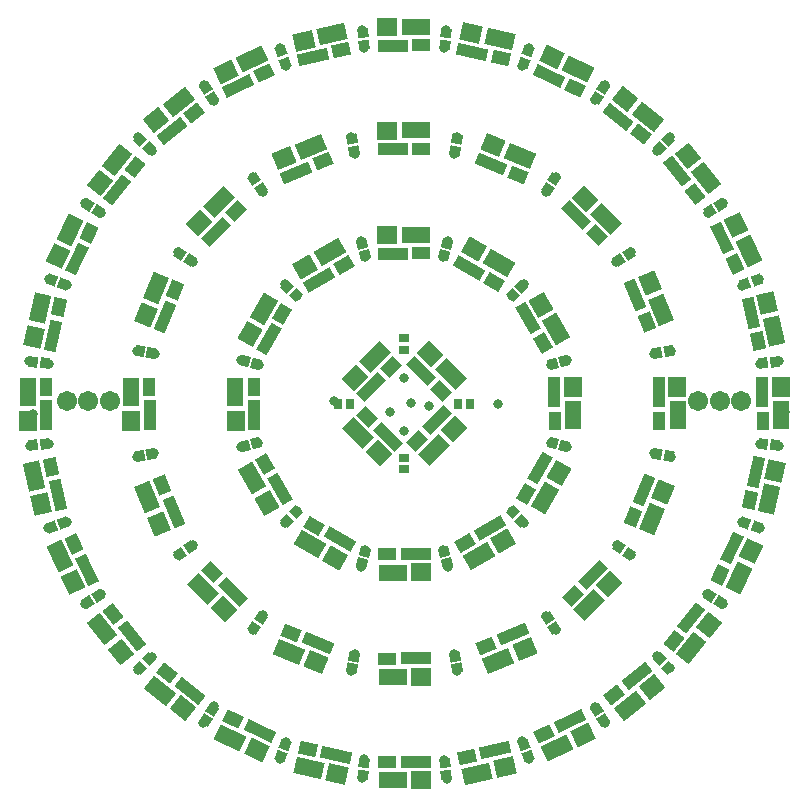
<source format=gts>
G04*
G04 #@! TF.GenerationSoftware,Altium Limited,Altium Designer,20.2.4 (192)*
G04*
G04 Layer_Color=8388736*
%FSLAX25Y25*%
%MOIN*%
G70*
G04*
G04 #@! TF.SameCoordinates,D12834CA-4DE5-443E-9A18-81BA23B25CB7*
G04*
G04*
G04 #@! TF.FilePolarity,Negative*
G04*
G01*
G75*
%ADD134R,0.05918X0.04343*%
%ADD135R,0.10249X0.03950*%
%ADD136R,0.09461X0.05524*%
%ADD137R,0.06706X0.05918*%
G04:AMPARAMS|DCode=138|XSize=31.62mil|YSize=35.56mil|CornerRadius=0mil|HoleSize=0mil|Usage=FLASHONLY|Rotation=173.571|XOffset=0mil|YOffset=0mil|HoleType=Round|Shape=Rectangle|*
%AMROTATEDRECTD138*
4,1,4,0.01770,0.01590,0.01372,-0.01944,-0.01770,-0.01590,-0.01372,0.01944,0.01770,0.01590,0.0*
%
%ADD138ROTATEDRECTD138*%

G04:AMPARAMS|DCode=139|XSize=31.62mil|YSize=35.56mil|CornerRadius=0mil|HoleSize=0mil|Usage=FLASHONLY|Rotation=160.714|XOffset=0mil|YOffset=0mil|HoleType=Round|Shape=Rectangle|*
%AMROTATEDRECTD139*
4,1,4,0.02080,0.01156,0.00905,-0.02200,-0.02080,-0.01156,-0.00905,0.02200,0.02080,0.01156,0.0*
%
%ADD139ROTATEDRECTD139*%

G04:AMPARAMS|DCode=140|XSize=31.62mil|YSize=35.56mil|CornerRadius=0mil|HoleSize=0mil|Usage=FLASHONLY|Rotation=147.857|XOffset=0mil|YOffset=0mil|HoleType=Round|Shape=Rectangle|*
%AMROTATEDRECTD140*
4,1,4,0.02285,0.00664,0.00393,-0.02347,-0.02285,-0.00664,-0.00393,0.02347,0.02285,0.00664,0.0*
%
%ADD140ROTATEDRECTD140*%

G04:AMPARAMS|DCode=141|XSize=31.62mil|YSize=35.56mil|CornerRadius=0mil|HoleSize=0mil|Usage=FLASHONLY|Rotation=135.000|XOffset=0mil|YOffset=0mil|HoleType=Round|Shape=Rectangle|*
%AMROTATEDRECTD141*
4,1,4,0.02375,0.00139,-0.00139,-0.02375,-0.02375,-0.00139,0.00139,0.02375,0.02375,0.00139,0.0*
%
%ADD141ROTATEDRECTD141*%

G04:AMPARAMS|DCode=142|XSize=31.62mil|YSize=35.56mil|CornerRadius=0mil|HoleSize=0mil|Usage=FLASHONLY|Rotation=122.143|XOffset=0mil|YOffset=0mil|HoleType=Round|Shape=Rectangle|*
%AMROTATEDRECTD142*
4,1,4,0.02347,-0.00393,-0.00664,-0.02285,-0.02347,0.00393,0.00664,0.02285,0.02347,-0.00393,0.0*
%
%ADD142ROTATEDRECTD142*%

G04:AMPARAMS|DCode=143|XSize=31.62mil|YSize=35.56mil|CornerRadius=0mil|HoleSize=0mil|Usage=FLASHONLY|Rotation=109.286|XOffset=0mil|YOffset=0mil|HoleType=Round|Shape=Rectangle|*
%AMROTATEDRECTD143*
4,1,4,0.02200,-0.00905,-0.01156,-0.02080,-0.02200,0.00905,0.01156,0.02080,0.02200,-0.00905,0.0*
%
%ADD143ROTATEDRECTD143*%

G04:AMPARAMS|DCode=144|XSize=31.62mil|YSize=35.56mil|CornerRadius=0mil|HoleSize=0mil|Usage=FLASHONLY|Rotation=57.857|XOffset=0mil|YOffset=0mil|HoleType=Round|Shape=Rectangle|*
%AMROTATEDRECTD144*
4,1,4,0.00664,-0.02285,-0.02347,-0.00393,-0.00664,0.02285,0.02347,0.00393,0.00664,-0.02285,0.0*
%
%ADD144ROTATEDRECTD144*%

G04:AMPARAMS|DCode=145|XSize=31.62mil|YSize=35.56mil|CornerRadius=0mil|HoleSize=0mil|Usage=FLASHONLY|Rotation=45.000|XOffset=0mil|YOffset=0mil|HoleType=Round|Shape=Rectangle|*
%AMROTATEDRECTD145*
4,1,4,0.00139,-0.02375,-0.02375,0.00139,-0.00139,0.02375,0.02375,-0.00139,0.00139,-0.02375,0.0*
%
%ADD145ROTATEDRECTD145*%

G04:AMPARAMS|DCode=146|XSize=31.62mil|YSize=35.56mil|CornerRadius=0mil|HoleSize=0mil|Usage=FLASHONLY|Rotation=32.143|XOffset=0mil|YOffset=0mil|HoleType=Round|Shape=Rectangle|*
%AMROTATEDRECTD146*
4,1,4,-0.00393,-0.02347,-0.02285,0.00664,0.00393,0.02347,0.02285,-0.00664,-0.00393,-0.02347,0.0*
%
%ADD146ROTATEDRECTD146*%

G04:AMPARAMS|DCode=147|XSize=31.62mil|YSize=35.56mil|CornerRadius=0mil|HoleSize=0mil|Usage=FLASHONLY|Rotation=19.286|XOffset=0mil|YOffset=0mil|HoleType=Round|Shape=Rectangle|*
%AMROTATEDRECTD147*
4,1,4,-0.00905,-0.02200,-0.02080,0.01156,0.00905,0.02200,0.02080,-0.01156,-0.00905,-0.02200,0.0*
%
%ADD147ROTATEDRECTD147*%

G04:AMPARAMS|DCode=148|XSize=59.18mil|YSize=43.43mil|CornerRadius=0mil|HoleSize=0mil|Usage=FLASHONLY|Rotation=321.429|XOffset=0mil|YOffset=0mil|HoleType=Round|Shape=Rectangle|*
%AMROTATEDRECTD148*
4,1,4,-0.03668,0.00147,-0.00960,0.03543,0.03668,-0.00147,0.00960,-0.03543,-0.03668,0.00147,0.0*
%
%ADD148ROTATEDRECTD148*%

G04:AMPARAMS|DCode=149|XSize=102.49mil|YSize=39.5mil|CornerRadius=0mil|HoleSize=0mil|Usage=FLASHONLY|Rotation=321.429|XOffset=0mil|YOffset=0mil|HoleType=Round|Shape=Rectangle|*
%AMROTATEDRECTD149*
4,1,4,-0.05238,0.01651,-0.02775,0.04739,0.05238,-0.01651,0.02775,-0.04739,-0.05238,0.01651,0.0*
%
%ADD149ROTATEDRECTD149*%

G04:AMPARAMS|DCode=150|XSize=94.61mil|YSize=55.24mil|CornerRadius=0mil|HoleSize=0mil|Usage=FLASHONLY|Rotation=321.429|XOffset=0mil|YOffset=0mil|HoleType=Round|Shape=Rectangle|*
%AMROTATEDRECTD150*
4,1,4,-0.05421,0.00790,-0.01977,0.05109,0.05421,-0.00790,0.01977,-0.05109,-0.05421,0.00790,0.0*
%
%ADD150ROTATEDRECTD150*%

G04:AMPARAMS|DCode=151|XSize=67.06mil|YSize=59.18mil|CornerRadius=0mil|HoleSize=0mil|Usage=FLASHONLY|Rotation=321.429|XOffset=0mil|YOffset=0mil|HoleType=Round|Shape=Rectangle|*
%AMROTATEDRECTD151*
4,1,4,-0.04466,-0.00223,-0.00776,0.04404,0.04466,0.00223,0.00776,-0.04404,-0.04466,-0.00223,0.0*
%
%ADD151ROTATEDRECTD151*%

G04:AMPARAMS|DCode=152|XSize=59.18mil|YSize=43.43mil|CornerRadius=0mil|HoleSize=0mil|Usage=FLASHONLY|Rotation=308.571|XOffset=0mil|YOffset=0mil|HoleType=Round|Shape=Rectangle|*
%AMROTATEDRECTD152*
4,1,4,-0.03543,0.00960,-0.00147,0.03668,0.03543,-0.00960,0.00147,-0.03668,-0.03543,0.00960,0.0*
%
%ADD152ROTATEDRECTD152*%

G04:AMPARAMS|DCode=153|XSize=102.49mil|YSize=39.5mil|CornerRadius=0mil|HoleSize=0mil|Usage=FLASHONLY|Rotation=308.571|XOffset=0mil|YOffset=0mil|HoleType=Round|Shape=Rectangle|*
%AMROTATEDRECTD153*
4,1,4,-0.04739,0.02775,-0.01651,0.05238,0.04739,-0.02775,0.01651,-0.05238,-0.04739,0.02775,0.0*
%
%ADD153ROTATEDRECTD153*%

G04:AMPARAMS|DCode=154|XSize=94.61mil|YSize=55.24mil|CornerRadius=0mil|HoleSize=0mil|Usage=FLASHONLY|Rotation=308.571|XOffset=0mil|YOffset=0mil|HoleType=Round|Shape=Rectangle|*
%AMROTATEDRECTD154*
4,1,4,-0.05109,0.01977,-0.00790,0.05421,0.05109,-0.01977,0.00790,-0.05421,-0.05109,0.01977,0.0*
%
%ADD154ROTATEDRECTD154*%

G04:AMPARAMS|DCode=155|XSize=67.06mil|YSize=59.18mil|CornerRadius=0mil|HoleSize=0mil|Usage=FLASHONLY|Rotation=308.571|XOffset=0mil|YOffset=0mil|HoleType=Round|Shape=Rectangle|*
%AMROTATEDRECTD155*
4,1,4,-0.04404,0.00776,0.00223,0.04466,0.04404,-0.00776,-0.00223,-0.04466,-0.04404,0.00776,0.0*
%
%ADD155ROTATEDRECTD155*%

G04:AMPARAMS|DCode=156|XSize=59.18mil|YSize=43.43mil|CornerRadius=0mil|HoleSize=0mil|Usage=FLASHONLY|Rotation=295.714|XOffset=0mil|YOffset=0mil|HoleType=Round|Shape=Rectangle|*
%AMROTATEDRECTD156*
4,1,4,-0.03241,0.01724,0.00673,0.03608,0.03241,-0.01724,-0.00673,-0.03608,-0.03241,0.01724,0.0*
%
%ADD156ROTATEDRECTD156*%

G04:AMPARAMS|DCode=157|XSize=102.49mil|YSize=39.5mil|CornerRadius=0mil|HoleSize=0mil|Usage=FLASHONLY|Rotation=295.714|XOffset=0mil|YOffset=0mil|HoleType=Round|Shape=Rectangle|*
%AMROTATEDRECTD157*
4,1,4,-0.04003,0.03760,-0.00444,0.05474,0.04003,-0.03760,0.00444,-0.05474,-0.04003,0.03760,0.0*
%
%ADD157ROTATEDRECTD157*%

G04:AMPARAMS|DCode=158|XSize=94.61mil|YSize=55.24mil|CornerRadius=0mil|HoleSize=0mil|Usage=FLASHONLY|Rotation=295.714|XOffset=0mil|YOffset=0mil|HoleType=Round|Shape=Rectangle|*
%AMROTATEDRECTD158*
4,1,4,-0.04541,0.03064,0.00436,0.05461,0.04541,-0.03064,-0.00436,-0.05461,-0.04541,0.03064,0.0*
%
%ADD158ROTATEDRECTD158*%

G04:AMPARAMS|DCode=159|XSize=67.06mil|YSize=59.18mil|CornerRadius=0mil|HoleSize=0mil|Usage=FLASHONLY|Rotation=295.714|XOffset=0mil|YOffset=0mil|HoleType=Round|Shape=Rectangle|*
%AMROTATEDRECTD159*
4,1,4,-0.04121,0.01737,0.01211,0.04305,0.04121,-0.01737,-0.01211,-0.04305,-0.04121,0.01737,0.0*
%
%ADD159ROTATEDRECTD159*%

G04:AMPARAMS|DCode=160|XSize=59.18mil|YSize=43.43mil|CornerRadius=0mil|HoleSize=0mil|Usage=FLASHONLY|Rotation=282.857|XOffset=0mil|YOffset=0mil|HoleType=Round|Shape=Rectangle|*
%AMROTATEDRECTD160*
4,1,4,-0.02776,0.02402,0.01459,0.03368,0.02776,-0.02402,-0.01459,-0.03368,-0.02776,0.02402,0.0*
%
%ADD160ROTATEDRECTD160*%

G04:AMPARAMS|DCode=161|XSize=102.49mil|YSize=39.5mil|CornerRadius=0mil|HoleSize=0mil|Usage=FLASHONLY|Rotation=282.857|XOffset=0mil|YOffset=0mil|HoleType=Round|Shape=Rectangle|*
%AMROTATEDRECTD161*
4,1,4,-0.03066,0.04557,0.00785,0.05435,0.03066,-0.04557,-0.00785,-0.05435,-0.03066,0.04557,0.0*
%
%ADD161ROTATEDRECTD161*%

G04:AMPARAMS|DCode=162|XSize=94.61mil|YSize=55.24mil|CornerRadius=0mil|HoleSize=0mil|Usage=FLASHONLY|Rotation=282.857|XOffset=0mil|YOffset=0mil|HoleType=Round|Shape=Rectangle|*
%AMROTATEDRECTD162*
4,1,4,-0.03746,0.03998,0.01640,0.05227,0.03746,-0.03998,-0.01640,-0.05227,-0.03746,0.03998,0.0*
%
%ADD162ROTATEDRECTD162*%

G04:AMPARAMS|DCode=163|XSize=67.06mil|YSize=59.18mil|CornerRadius=0mil|HoleSize=0mil|Usage=FLASHONLY|Rotation=282.857|XOffset=0mil|YOffset=0mil|HoleType=Round|Shape=Rectangle|*
%AMROTATEDRECTD163*
4,1,4,-0.03631,0.02610,0.02139,0.03927,0.03631,-0.02610,-0.02139,-0.03927,-0.03631,0.02610,0.0*
%
%ADD163ROTATEDRECTD163*%

%ADD164R,0.04343X0.05918*%
%ADD165R,0.03950X0.10249*%
%ADD166R,0.05524X0.09461*%
%ADD167R,0.05918X0.06706*%
G04:AMPARAMS|DCode=168|XSize=59.18mil|YSize=43.43mil|CornerRadius=0mil|HoleSize=0mil|Usage=FLASHONLY|Rotation=257.143|XOffset=0mil|YOffset=0mil|HoleType=Round|Shape=Rectangle|*
%AMROTATEDRECTD168*
4,1,4,-0.01459,0.03368,0.02776,0.02402,0.01459,-0.03368,-0.02776,-0.02402,-0.01459,0.03368,0.0*
%
%ADD168ROTATEDRECTD168*%

G04:AMPARAMS|DCode=169|XSize=102.49mil|YSize=39.5mil|CornerRadius=0mil|HoleSize=0mil|Usage=FLASHONLY|Rotation=257.143|XOffset=0mil|YOffset=0mil|HoleType=Round|Shape=Rectangle|*
%AMROTATEDRECTD169*
4,1,4,-0.00785,0.05435,0.03066,0.04557,0.00785,-0.05435,-0.03066,-0.04557,-0.00785,0.05435,0.0*
%
%ADD169ROTATEDRECTD169*%

G04:AMPARAMS|DCode=170|XSize=94.61mil|YSize=55.24mil|CornerRadius=0mil|HoleSize=0mil|Usage=FLASHONLY|Rotation=257.143|XOffset=0mil|YOffset=0mil|HoleType=Round|Shape=Rectangle|*
%AMROTATEDRECTD170*
4,1,4,-0.01640,0.05227,0.03746,0.03998,0.01640,-0.05227,-0.03746,-0.03998,-0.01640,0.05227,0.0*
%
%ADD170ROTATEDRECTD170*%

G04:AMPARAMS|DCode=171|XSize=67.06mil|YSize=59.18mil|CornerRadius=0mil|HoleSize=0mil|Usage=FLASHONLY|Rotation=257.143|XOffset=0mil|YOffset=0mil|HoleType=Round|Shape=Rectangle|*
%AMROTATEDRECTD171*
4,1,4,-0.02139,0.03927,0.03631,0.02610,0.02139,-0.03927,-0.03631,-0.02610,-0.02139,0.03927,0.0*
%
%ADD171ROTATEDRECTD171*%

G04:AMPARAMS|DCode=172|XSize=31.62mil|YSize=35.56mil|CornerRadius=0mil|HoleSize=0mil|Usage=FLASHONLY|Rotation=70.714|XOffset=0mil|YOffset=0mil|HoleType=Round|Shape=Rectangle|*
%AMROTATEDRECTD172*
4,1,4,0.01156,-0.02080,-0.02200,-0.00905,-0.01156,0.02080,0.02200,0.00905,0.01156,-0.02080,0.0*
%
%ADD172ROTATEDRECTD172*%

G04:AMPARAMS|DCode=173|XSize=59.18mil|YSize=43.43mil|CornerRadius=0mil|HoleSize=0mil|Usage=FLASHONLY|Rotation=192.857|XOffset=0mil|YOffset=0mil|HoleType=Round|Shape=Rectangle|*
%AMROTATEDRECTD173*
4,1,4,0.02402,0.02776,0.03368,-0.01459,-0.02402,-0.02776,-0.03368,0.01459,0.02402,0.02776,0.0*
%
%ADD173ROTATEDRECTD173*%

G04:AMPARAMS|DCode=174|XSize=102.49mil|YSize=39.5mil|CornerRadius=0mil|HoleSize=0mil|Usage=FLASHONLY|Rotation=192.857|XOffset=0mil|YOffset=0mil|HoleType=Round|Shape=Rectangle|*
%AMROTATEDRECTD174*
4,1,4,0.04557,0.03066,0.05435,-0.00785,-0.04557,-0.03066,-0.05435,0.00785,0.04557,0.03066,0.0*
%
%ADD174ROTATEDRECTD174*%

G04:AMPARAMS|DCode=175|XSize=94.61mil|YSize=55.24mil|CornerRadius=0mil|HoleSize=0mil|Usage=FLASHONLY|Rotation=192.857|XOffset=0mil|YOffset=0mil|HoleType=Round|Shape=Rectangle|*
%AMROTATEDRECTD175*
4,1,4,0.03998,0.03746,0.05227,-0.01640,-0.03998,-0.03746,-0.05227,0.01640,0.03998,0.03746,0.0*
%
%ADD175ROTATEDRECTD175*%

G04:AMPARAMS|DCode=176|XSize=67.06mil|YSize=59.18mil|CornerRadius=0mil|HoleSize=0mil|Usage=FLASHONLY|Rotation=192.857|XOffset=0mil|YOffset=0mil|HoleType=Round|Shape=Rectangle|*
%AMROTATEDRECTD176*
4,1,4,0.02610,0.03631,0.03927,-0.02139,-0.02610,-0.03631,-0.03927,0.02139,0.02610,0.03631,0.0*
%
%ADD176ROTATEDRECTD176*%

G04:AMPARAMS|DCode=177|XSize=59.18mil|YSize=43.43mil|CornerRadius=0mil|HoleSize=0mil|Usage=FLASHONLY|Rotation=167.143|XOffset=0mil|YOffset=0mil|HoleType=Round|Shape=Rectangle|*
%AMROTATEDRECTD177*
4,1,4,0.03368,0.01459,0.02402,-0.02776,-0.03368,-0.01459,-0.02402,0.02776,0.03368,0.01459,0.0*
%
%ADD177ROTATEDRECTD177*%

G04:AMPARAMS|DCode=178|XSize=102.49mil|YSize=39.5mil|CornerRadius=0mil|HoleSize=0mil|Usage=FLASHONLY|Rotation=167.143|XOffset=0mil|YOffset=0mil|HoleType=Round|Shape=Rectangle|*
%AMROTATEDRECTD178*
4,1,4,0.05435,0.00785,0.04557,-0.03066,-0.05435,-0.00785,-0.04557,0.03066,0.05435,0.00785,0.0*
%
%ADD178ROTATEDRECTD178*%

G04:AMPARAMS|DCode=179|XSize=94.61mil|YSize=55.24mil|CornerRadius=0mil|HoleSize=0mil|Usage=FLASHONLY|Rotation=167.143|XOffset=0mil|YOffset=0mil|HoleType=Round|Shape=Rectangle|*
%AMROTATEDRECTD179*
4,1,4,0.05227,0.01640,0.03998,-0.03746,-0.05227,-0.01640,-0.03998,0.03746,0.05227,0.01640,0.0*
%
%ADD179ROTATEDRECTD179*%

G04:AMPARAMS|DCode=180|XSize=67.06mil|YSize=59.18mil|CornerRadius=0mil|HoleSize=0mil|Usage=FLASHONLY|Rotation=167.143|XOffset=0mil|YOffset=0mil|HoleType=Round|Shape=Rectangle|*
%AMROTATEDRECTD180*
4,1,4,0.03927,0.02139,0.02610,-0.03631,-0.03927,-0.02139,-0.02610,0.03631,0.03927,0.02139,0.0*
%
%ADD180ROTATEDRECTD180*%

G04:AMPARAMS|DCode=181|XSize=59.18mil|YSize=43.43mil|CornerRadius=0mil|HoleSize=0mil|Usage=FLASHONLY|Rotation=154.286|XOffset=0mil|YOffset=0mil|HoleType=Round|Shape=Rectangle|*
%AMROTATEDRECTD181*
4,1,4,0.03608,0.00673,0.01724,-0.03241,-0.03608,-0.00673,-0.01724,0.03241,0.03608,0.00673,0.0*
%
%ADD181ROTATEDRECTD181*%

G04:AMPARAMS|DCode=182|XSize=102.49mil|YSize=39.5mil|CornerRadius=0mil|HoleSize=0mil|Usage=FLASHONLY|Rotation=154.286|XOffset=0mil|YOffset=0mil|HoleType=Round|Shape=Rectangle|*
%AMROTATEDRECTD182*
4,1,4,0.05474,-0.00444,0.03760,-0.04003,-0.05474,0.00444,-0.03760,0.04003,0.05474,-0.00444,0.0*
%
%ADD182ROTATEDRECTD182*%

G04:AMPARAMS|DCode=183|XSize=94.61mil|YSize=55.24mil|CornerRadius=0mil|HoleSize=0mil|Usage=FLASHONLY|Rotation=154.286|XOffset=0mil|YOffset=0mil|HoleType=Round|Shape=Rectangle|*
%AMROTATEDRECTD183*
4,1,4,0.05461,0.00436,0.03064,-0.04541,-0.05461,-0.00436,-0.03064,0.04541,0.05461,0.00436,0.0*
%
%ADD183ROTATEDRECTD183*%

G04:AMPARAMS|DCode=184|XSize=67.06mil|YSize=59.18mil|CornerRadius=0mil|HoleSize=0mil|Usage=FLASHONLY|Rotation=154.286|XOffset=0mil|YOffset=0mil|HoleType=Round|Shape=Rectangle|*
%AMROTATEDRECTD184*
4,1,4,0.04305,0.01211,0.01737,-0.04121,-0.04305,-0.01211,-0.01737,0.04121,0.04305,0.01211,0.0*
%
%ADD184ROTATEDRECTD184*%

G04:AMPARAMS|DCode=185|XSize=31.62mil|YSize=35.56mil|CornerRadius=0mil|HoleSize=0mil|Usage=FLASHONLY|Rotation=6.429|XOffset=0mil|YOffset=0mil|HoleType=Round|Shape=Rectangle|*
%AMROTATEDRECTD185*
4,1,4,-0.01372,-0.01944,-0.01770,0.01590,0.01372,0.01944,0.01770,-0.01590,-0.01372,-0.01944,0.0*
%
%ADD185ROTATEDRECTD185*%

G04:AMPARAMS|DCode=186|XSize=59.18mil|YSize=43.43mil|CornerRadius=0mil|HoleSize=0mil|Usage=FLASHONLY|Rotation=64.285|XOffset=0mil|YOffset=0mil|HoleType=Round|Shape=Rectangle|*
%AMROTATEDRECTD186*
4,1,4,0.00673,-0.03608,-0.03241,-0.01724,-0.00673,0.03608,0.03241,0.01724,0.00673,-0.03608,0.0*
%
%ADD186ROTATEDRECTD186*%

G04:AMPARAMS|DCode=187|XSize=102.49mil|YSize=39.5mil|CornerRadius=0mil|HoleSize=0mil|Usage=FLASHONLY|Rotation=64.285|XOffset=0mil|YOffset=0mil|HoleType=Round|Shape=Rectangle|*
%AMROTATEDRECTD187*
4,1,4,-0.00444,-0.05474,-0.04003,-0.03760,0.00444,0.05474,0.04003,0.03760,-0.00444,-0.05474,0.0*
%
%ADD187ROTATEDRECTD187*%

G04:AMPARAMS|DCode=188|XSize=94.61mil|YSize=55.24mil|CornerRadius=0mil|HoleSize=0mil|Usage=FLASHONLY|Rotation=64.285|XOffset=0mil|YOffset=0mil|HoleType=Round|Shape=Rectangle|*
%AMROTATEDRECTD188*
4,1,4,0.00436,-0.05461,-0.04541,-0.03064,-0.00436,0.05461,0.04541,0.03064,0.00436,-0.05461,0.0*
%
%ADD188ROTATEDRECTD188*%

G04:AMPARAMS|DCode=189|XSize=67.06mil|YSize=59.18mil|CornerRadius=0mil|HoleSize=0mil|Usage=FLASHONLY|Rotation=64.285|XOffset=0mil|YOffset=0mil|HoleType=Round|Shape=Rectangle|*
%AMROTATEDRECTD189*
4,1,4,0.01211,-0.04305,-0.04121,-0.01737,-0.01211,0.04305,0.04121,0.01737,0.01211,-0.04305,0.0*
%
%ADD189ROTATEDRECTD189*%

G04:AMPARAMS|DCode=190|XSize=59.18mil|YSize=43.43mil|CornerRadius=0mil|HoleSize=0mil|Usage=FLASHONLY|Rotation=51.428|XOffset=0mil|YOffset=0mil|HoleType=Round|Shape=Rectangle|*
%AMROTATEDRECTD190*
4,1,4,-0.00147,-0.03668,-0.03543,-0.00959,0.00147,0.03668,0.03543,0.00959,-0.00147,-0.03668,0.0*
%
%ADD190ROTATEDRECTD190*%

G04:AMPARAMS|DCode=191|XSize=102.49mil|YSize=39.5mil|CornerRadius=0mil|HoleSize=0mil|Usage=FLASHONLY|Rotation=51.428|XOffset=0mil|YOffset=0mil|HoleType=Round|Shape=Rectangle|*
%AMROTATEDRECTD191*
4,1,4,-0.01651,-0.05238,-0.04739,-0.02775,0.01651,0.05238,0.04739,0.02775,-0.01651,-0.05238,0.0*
%
%ADD191ROTATEDRECTD191*%

G04:AMPARAMS|DCode=192|XSize=94.61mil|YSize=55.24mil|CornerRadius=0mil|HoleSize=0mil|Usage=FLASHONLY|Rotation=51.428|XOffset=0mil|YOffset=0mil|HoleType=Round|Shape=Rectangle|*
%AMROTATEDRECTD192*
4,1,4,-0.00790,-0.05421,-0.05109,-0.01976,0.00790,0.05421,0.05109,0.01976,-0.00790,-0.05421,0.0*
%
%ADD192ROTATEDRECTD192*%

G04:AMPARAMS|DCode=193|XSize=67.06mil|YSize=59.18mil|CornerRadius=0mil|HoleSize=0mil|Usage=FLASHONLY|Rotation=51.428|XOffset=0mil|YOffset=0mil|HoleType=Round|Shape=Rectangle|*
%AMROTATEDRECTD193*
4,1,4,0.00223,-0.04466,-0.04404,-0.00776,-0.00223,0.04466,0.04404,0.00776,0.00223,-0.04466,0.0*
%
%ADD193ROTATEDRECTD193*%

G04:AMPARAMS|DCode=194|XSize=31.62mil|YSize=35.56mil|CornerRadius=0mil|HoleSize=0mil|Usage=FLASHONLY|Rotation=276.429|XOffset=0mil|YOffset=0mil|HoleType=Round|Shape=Rectangle|*
%AMROTATEDRECTD194*
4,1,4,-0.01944,0.01372,0.01590,0.01770,0.01944,-0.01372,-0.01590,-0.01770,-0.01944,0.01372,0.0*
%
%ADD194ROTATEDRECTD194*%

G04:AMPARAMS|DCode=195|XSize=31.62mil|YSize=35.56mil|CornerRadius=0mil|HoleSize=0mil|Usage=FLASHONLY|Rotation=263.571|XOffset=0mil|YOffset=0mil|HoleType=Round|Shape=Rectangle|*
%AMROTATEDRECTD195*
4,1,4,-0.01590,0.01770,0.01944,0.01372,0.01590,-0.01770,-0.01944,-0.01372,-0.01590,0.01770,0.0*
%
%ADD195ROTATEDRECTD195*%

G04:AMPARAMS|DCode=196|XSize=31.62mil|YSize=35.56mil|CornerRadius=0mil|HoleSize=0mil|Usage=FLASHONLY|Rotation=168.750|XOffset=0mil|YOffset=0mil|HoleType=Round|Shape=Rectangle|*
%AMROTATEDRECTD196*
4,1,4,0.01898,0.01435,0.01204,-0.02052,-0.01898,-0.01435,-0.01204,0.02052,0.01898,0.01435,0.0*
%
%ADD196ROTATEDRECTD196*%

G04:AMPARAMS|DCode=197|XSize=59.18mil|YSize=43.43mil|CornerRadius=0mil|HoleSize=0mil|Usage=FLASHONLY|Rotation=67.500|XOffset=0mil|YOffset=0mil|HoleType=Round|Shape=Rectangle|*
%AMROTATEDRECTD197*
4,1,4,0.00874,-0.03565,-0.03139,-0.01903,-0.00874,0.03565,0.03139,0.01903,0.00874,-0.03565,0.0*
%
%ADD197ROTATEDRECTD197*%

G04:AMPARAMS|DCode=198|XSize=102.49mil|YSize=39.5mil|CornerRadius=0mil|HoleSize=0mil|Usage=FLASHONLY|Rotation=67.500|XOffset=0mil|YOffset=0mil|HoleType=Round|Shape=Rectangle|*
%AMROTATEDRECTD198*
4,1,4,-0.00136,-0.05490,-0.03786,-0.03979,0.00136,0.05490,0.03786,0.03979,-0.00136,-0.05490,0.0*
%
%ADD198ROTATEDRECTD198*%

G04:AMPARAMS|DCode=199|XSize=94.61mil|YSize=55.24mil|CornerRadius=0mil|HoleSize=0mil|Usage=FLASHONLY|Rotation=67.500|XOffset=0mil|YOffset=0mil|HoleType=Round|Shape=Rectangle|*
%AMROTATEDRECTD199*
4,1,4,0.00742,-0.05428,-0.04362,-0.03314,-0.00742,0.05428,0.04362,0.03314,0.00742,-0.05428,0.0*
%
%ADD199ROTATEDRECTD199*%

G04:AMPARAMS|DCode=200|XSize=67.06mil|YSize=59.18mil|CornerRadius=0mil|HoleSize=0mil|Usage=FLASHONLY|Rotation=67.500|XOffset=0mil|YOffset=0mil|HoleType=Round|Shape=Rectangle|*
%AMROTATEDRECTD200*
4,1,4,0.01451,-0.04230,-0.04017,-0.01965,-0.01451,0.04230,0.04017,0.01965,0.01451,-0.04230,0.0*
%
%ADD200ROTATEDRECTD200*%

G04:AMPARAMS|DCode=201|XSize=59.18mil|YSize=43.43mil|CornerRadius=0mil|HoleSize=0mil|Usage=FLASHONLY|Rotation=45.000|XOffset=0mil|YOffset=0mil|HoleType=Round|Shape=Rectangle|*
%AMROTATEDRECTD201*
4,1,4,-0.00557,-0.03628,-0.03628,-0.00557,0.00557,0.03628,0.03628,0.00557,-0.00557,-0.03628,0.0*
%
%ADD201ROTATEDRECTD201*%

G04:AMPARAMS|DCode=202|XSize=102.49mil|YSize=39.5mil|CornerRadius=0mil|HoleSize=0mil|Usage=FLASHONLY|Rotation=45.000|XOffset=0mil|YOffset=0mil|HoleType=Round|Shape=Rectangle|*
%AMROTATEDRECTD202*
4,1,4,-0.02227,-0.05020,-0.05020,-0.02227,0.02227,0.05020,0.05020,0.02227,-0.02227,-0.05020,0.0*
%
%ADD202ROTATEDRECTD202*%

G04:AMPARAMS|DCode=203|XSize=94.61mil|YSize=55.24mil|CornerRadius=0mil|HoleSize=0mil|Usage=FLASHONLY|Rotation=45.000|XOffset=0mil|YOffset=0mil|HoleType=Round|Shape=Rectangle|*
%AMROTATEDRECTD203*
4,1,4,-0.01392,-0.05298,-0.05298,-0.01392,0.01392,0.05298,0.05298,0.01392,-0.01392,-0.05298,0.0*
%
%ADD203ROTATEDRECTD203*%

G04:AMPARAMS|DCode=204|XSize=67.06mil|YSize=59.18mil|CornerRadius=0mil|HoleSize=0mil|Usage=FLASHONLY|Rotation=45.000|XOffset=0mil|YOffset=0mil|HoleType=Round|Shape=Rectangle|*
%AMROTATEDRECTD204*
4,1,4,-0.00278,-0.04463,-0.04463,-0.00278,0.00278,0.04463,0.04463,0.00278,-0.00278,-0.04463,0.0*
%
%ADD204ROTATEDRECTD204*%

G04:AMPARAMS|DCode=205|XSize=59.18mil|YSize=43.43mil|CornerRadius=0mil|HoleSize=0mil|Usage=FLASHONLY|Rotation=22.500|XOffset=0mil|YOffset=0mil|HoleType=Round|Shape=Rectangle|*
%AMROTATEDRECTD205*
4,1,4,-0.01903,-0.03139,-0.03565,0.00874,0.01903,0.03139,0.03565,-0.00874,-0.01903,-0.03139,0.0*
%
%ADD205ROTATEDRECTD205*%

G04:AMPARAMS|DCode=206|XSize=102.49mil|YSize=39.5mil|CornerRadius=0mil|HoleSize=0mil|Usage=FLASHONLY|Rotation=22.500|XOffset=0mil|YOffset=0mil|HoleType=Round|Shape=Rectangle|*
%AMROTATEDRECTD206*
4,1,4,-0.03979,-0.03786,-0.05490,-0.00136,0.03979,0.03786,0.05490,0.00136,-0.03979,-0.03786,0.0*
%
%ADD206ROTATEDRECTD206*%

G04:AMPARAMS|DCode=207|XSize=94.61mil|YSize=55.24mil|CornerRadius=0mil|HoleSize=0mil|Usage=FLASHONLY|Rotation=22.500|XOffset=0mil|YOffset=0mil|HoleType=Round|Shape=Rectangle|*
%AMROTATEDRECTD207*
4,1,4,-0.03314,-0.04362,-0.05428,0.00742,0.03314,0.04362,0.05428,-0.00742,-0.03314,-0.04362,0.0*
%
%ADD207ROTATEDRECTD207*%

G04:AMPARAMS|DCode=208|XSize=67.06mil|YSize=59.18mil|CornerRadius=0mil|HoleSize=0mil|Usage=FLASHONLY|Rotation=22.500|XOffset=0mil|YOffset=0mil|HoleType=Round|Shape=Rectangle|*
%AMROTATEDRECTD208*
4,1,4,-0.01965,-0.04017,-0.04230,0.01451,0.01965,0.04017,0.04230,-0.01451,-0.01965,-0.04017,0.0*
%
%ADD208ROTATEDRECTD208*%

G04:AMPARAMS|DCode=209|XSize=31.62mil|YSize=35.56mil|CornerRadius=0mil|HoleSize=0mil|Usage=FLASHONLY|Rotation=146.250|XOffset=0mil|YOffset=0mil|HoleType=Round|Shape=Rectangle|*
%AMROTATEDRECTD209*
4,1,4,0.02302,0.00600,0.00327,-0.02357,-0.02302,-0.00600,-0.00327,0.02357,0.02302,0.00600,0.0*
%
%ADD209ROTATEDRECTD209*%

G04:AMPARAMS|DCode=210|XSize=31.62mil|YSize=35.56mil|CornerRadius=0mil|HoleSize=0mil|Usage=FLASHONLY|Rotation=123.750|XOffset=0mil|YOffset=0mil|HoleType=Round|Shape=Rectangle|*
%AMROTATEDRECTD210*
4,1,4,0.02357,-0.00327,-0.00600,-0.02302,-0.02357,0.00327,0.00600,0.02302,0.02357,-0.00327,0.0*
%
%ADD210ROTATEDRECTD210*%

G04:AMPARAMS|DCode=211|XSize=31.62mil|YSize=35.56mil|CornerRadius=0mil|HoleSize=0mil|Usage=FLASHONLY|Rotation=101.250|XOffset=0mil|YOffset=0mil|HoleType=Round|Shape=Rectangle|*
%AMROTATEDRECTD211*
4,1,4,0.02052,-0.01204,-0.01435,-0.01898,-0.02052,0.01204,0.01435,0.01898,0.02052,-0.01204,0.0*
%
%ADD211ROTATEDRECTD211*%

G04:AMPARAMS|DCode=212|XSize=59.18mil|YSize=43.43mil|CornerRadius=0mil|HoleSize=0mil|Usage=FLASHONLY|Rotation=218.571|XOffset=0mil|YOffset=0mil|HoleType=Round|Shape=Rectangle|*
%AMROTATEDRECTD212*
4,1,4,0.00960,0.03543,0.03668,0.00147,-0.00960,-0.03543,-0.03668,-0.00147,0.00960,0.03543,0.0*
%
%ADD212ROTATEDRECTD212*%

G04:AMPARAMS|DCode=213|XSize=102.49mil|YSize=39.5mil|CornerRadius=0mil|HoleSize=0mil|Usage=FLASHONLY|Rotation=218.571|XOffset=0mil|YOffset=0mil|HoleType=Round|Shape=Rectangle|*
%AMROTATEDRECTD213*
4,1,4,0.02775,0.04739,0.05238,0.01651,-0.02775,-0.04739,-0.05238,-0.01651,0.02775,0.04739,0.0*
%
%ADD213ROTATEDRECTD213*%

G04:AMPARAMS|DCode=214|XSize=94.61mil|YSize=55.24mil|CornerRadius=0mil|HoleSize=0mil|Usage=FLASHONLY|Rotation=218.571|XOffset=0mil|YOffset=0mil|HoleType=Round|Shape=Rectangle|*
%AMROTATEDRECTD214*
4,1,4,0.01977,0.05109,0.05421,0.00790,-0.01977,-0.05109,-0.05421,-0.00790,0.01977,0.05109,0.0*
%
%ADD214ROTATEDRECTD214*%

G04:AMPARAMS|DCode=215|XSize=67.06mil|YSize=59.18mil|CornerRadius=0mil|HoleSize=0mil|Usage=FLASHONLY|Rotation=218.571|XOffset=0mil|YOffset=0mil|HoleType=Round|Shape=Rectangle|*
%AMROTATEDRECTD215*
4,1,4,0.00776,0.04404,0.04466,-0.00223,-0.00776,-0.04404,-0.04466,0.00223,0.00776,0.04404,0.0*
%
%ADD215ROTATEDRECTD215*%

G04:AMPARAMS|DCode=216|XSize=59.18mil|YSize=43.43mil|CornerRadius=0mil|HoleSize=0mil|Usage=FLASHONLY|Rotation=205.714|XOffset=0mil|YOffset=0mil|HoleType=Round|Shape=Rectangle|*
%AMROTATEDRECTD216*
4,1,4,0.01724,0.03241,0.03608,-0.00673,-0.01724,-0.03241,-0.03608,0.00673,0.01724,0.03241,0.0*
%
%ADD216ROTATEDRECTD216*%

G04:AMPARAMS|DCode=217|XSize=102.49mil|YSize=39.5mil|CornerRadius=0mil|HoleSize=0mil|Usage=FLASHONLY|Rotation=205.714|XOffset=0mil|YOffset=0mil|HoleType=Round|Shape=Rectangle|*
%AMROTATEDRECTD217*
4,1,4,0.03760,0.04003,0.05474,0.00444,-0.03760,-0.04003,-0.05474,-0.00444,0.03760,0.04003,0.0*
%
%ADD217ROTATEDRECTD217*%

G04:AMPARAMS|DCode=218|XSize=94.61mil|YSize=55.24mil|CornerRadius=0mil|HoleSize=0mil|Usage=FLASHONLY|Rotation=205.714|XOffset=0mil|YOffset=0mil|HoleType=Round|Shape=Rectangle|*
%AMROTATEDRECTD218*
4,1,4,0.03064,0.04541,0.05461,-0.00436,-0.03064,-0.04541,-0.05461,0.00436,0.03064,0.04541,0.0*
%
%ADD218ROTATEDRECTD218*%

G04:AMPARAMS|DCode=219|XSize=67.06mil|YSize=59.18mil|CornerRadius=0mil|HoleSize=0mil|Usage=FLASHONLY|Rotation=205.714|XOffset=0mil|YOffset=0mil|HoleType=Round|Shape=Rectangle|*
%AMROTATEDRECTD219*
4,1,4,0.01737,0.04121,0.04305,-0.01211,-0.01737,-0.04121,-0.04305,0.01211,0.01737,0.04121,0.0*
%
%ADD219ROTATEDRECTD219*%

G04:AMPARAMS|DCode=220|XSize=31.62mil|YSize=35.56mil|CornerRadius=0mil|HoleSize=0mil|Usage=FLASHONLY|Rotation=78.750|XOffset=0mil|YOffset=0mil|HoleType=Round|Shape=Rectangle|*
%AMROTATEDRECTD220*
4,1,4,0.01435,-0.01898,-0.02052,-0.01204,-0.01435,0.01898,0.02052,0.01204,0.01435,-0.01898,0.0*
%
%ADD220ROTATEDRECTD220*%

G04:AMPARAMS|DCode=221|XSize=31.62mil|YSize=35.56mil|CornerRadius=0mil|HoleSize=0mil|Usage=FLASHONLY|Rotation=56.250|XOffset=0mil|YOffset=0mil|HoleType=Round|Shape=Rectangle|*
%AMROTATEDRECTD221*
4,1,4,0.00600,-0.02302,-0.02357,-0.00327,-0.00600,0.02302,0.02357,0.00327,0.00600,-0.02302,0.0*
%
%ADD221ROTATEDRECTD221*%

G04:AMPARAMS|DCode=222|XSize=31.62mil|YSize=35.56mil|CornerRadius=0mil|HoleSize=0mil|Usage=FLASHONLY|Rotation=33.750|XOffset=0mil|YOffset=0mil|HoleType=Round|Shape=Rectangle|*
%AMROTATEDRECTD222*
4,1,4,-0.00327,-0.02357,-0.02302,0.00600,0.00327,0.02357,0.02302,-0.00600,-0.00327,-0.02357,0.0*
%
%ADD222ROTATEDRECTD222*%

G04:AMPARAMS|DCode=223|XSize=31.62mil|YSize=35.56mil|CornerRadius=0mil|HoleSize=0mil|Usage=FLASHONLY|Rotation=11.250|XOffset=0mil|YOffset=0mil|HoleType=Round|Shape=Rectangle|*
%AMROTATEDRECTD223*
4,1,4,-0.01204,-0.02052,-0.01898,0.01435,0.01204,0.02052,0.01898,-0.01435,-0.01204,-0.02052,0.0*
%
%ADD223ROTATEDRECTD223*%

G04:AMPARAMS|DCode=224|XSize=59.18mil|YSize=43.43mil|CornerRadius=0mil|HoleSize=0mil|Usage=FLASHONLY|Rotation=337.500|XOffset=0mil|YOffset=0mil|HoleType=Round|Shape=Rectangle|*
%AMROTATEDRECTD224*
4,1,4,-0.03565,-0.00874,-0.01903,0.03139,0.03565,0.00874,0.01903,-0.03139,-0.03565,-0.00874,0.0*
%
%ADD224ROTATEDRECTD224*%

G04:AMPARAMS|DCode=225|XSize=102.49mil|YSize=39.5mil|CornerRadius=0mil|HoleSize=0mil|Usage=FLASHONLY|Rotation=337.500|XOffset=0mil|YOffset=0mil|HoleType=Round|Shape=Rectangle|*
%AMROTATEDRECTD225*
4,1,4,-0.05490,0.00136,-0.03979,0.03786,0.05490,-0.00136,0.03979,-0.03786,-0.05490,0.00136,0.0*
%
%ADD225ROTATEDRECTD225*%

G04:AMPARAMS|DCode=226|XSize=94.61mil|YSize=55.24mil|CornerRadius=0mil|HoleSize=0mil|Usage=FLASHONLY|Rotation=337.500|XOffset=0mil|YOffset=0mil|HoleType=Round|Shape=Rectangle|*
%AMROTATEDRECTD226*
4,1,4,-0.05428,-0.00742,-0.03314,0.04362,0.05428,0.00742,0.03314,-0.04362,-0.05428,-0.00742,0.0*
%
%ADD226ROTATEDRECTD226*%

G04:AMPARAMS|DCode=227|XSize=67.06mil|YSize=59.18mil|CornerRadius=0mil|HoleSize=0mil|Usage=FLASHONLY|Rotation=337.500|XOffset=0mil|YOffset=0mil|HoleType=Round|Shape=Rectangle|*
%AMROTATEDRECTD227*
4,1,4,-0.04230,-0.01451,-0.01965,0.04017,0.04230,0.01451,0.01965,-0.04017,-0.04230,-0.01451,0.0*
%
%ADD227ROTATEDRECTD227*%

G04:AMPARAMS|DCode=228|XSize=59.18mil|YSize=43.43mil|CornerRadius=0mil|HoleSize=0mil|Usage=FLASHONLY|Rotation=315.000|XOffset=0mil|YOffset=0mil|HoleType=Round|Shape=Rectangle|*
%AMROTATEDRECTD228*
4,1,4,-0.03628,0.00557,-0.00557,0.03628,0.03628,-0.00557,0.00557,-0.03628,-0.03628,0.00557,0.0*
%
%ADD228ROTATEDRECTD228*%

G04:AMPARAMS|DCode=229|XSize=102.49mil|YSize=39.5mil|CornerRadius=0mil|HoleSize=0mil|Usage=FLASHONLY|Rotation=315.000|XOffset=0mil|YOffset=0mil|HoleType=Round|Shape=Rectangle|*
%AMROTATEDRECTD229*
4,1,4,-0.05020,0.02227,-0.02227,0.05020,0.05020,-0.02227,0.02227,-0.05020,-0.05020,0.02227,0.0*
%
%ADD229ROTATEDRECTD229*%

G04:AMPARAMS|DCode=230|XSize=94.61mil|YSize=55.24mil|CornerRadius=0mil|HoleSize=0mil|Usage=FLASHONLY|Rotation=315.000|XOffset=0mil|YOffset=0mil|HoleType=Round|Shape=Rectangle|*
%AMROTATEDRECTD230*
4,1,4,-0.05298,0.01392,-0.01392,0.05298,0.05298,-0.01392,0.01392,-0.05298,-0.05298,0.01392,0.0*
%
%ADD230ROTATEDRECTD230*%

G04:AMPARAMS|DCode=231|XSize=67.06mil|YSize=59.18mil|CornerRadius=0mil|HoleSize=0mil|Usage=FLASHONLY|Rotation=315.000|XOffset=0mil|YOffset=0mil|HoleType=Round|Shape=Rectangle|*
%AMROTATEDRECTD231*
4,1,4,-0.04463,0.00278,-0.00278,0.04463,0.04463,-0.00278,0.00278,-0.04463,-0.04463,0.00278,0.0*
%
%ADD231ROTATEDRECTD231*%

G04:AMPARAMS|DCode=232|XSize=59.18mil|YSize=43.43mil|CornerRadius=0mil|HoleSize=0mil|Usage=FLASHONLY|Rotation=292.500|XOffset=0mil|YOffset=0mil|HoleType=Round|Shape=Rectangle|*
%AMROTATEDRECTD232*
4,1,4,-0.03139,0.01903,0.00874,0.03565,0.03139,-0.01903,-0.00874,-0.03565,-0.03139,0.01903,0.0*
%
%ADD232ROTATEDRECTD232*%

G04:AMPARAMS|DCode=233|XSize=102.49mil|YSize=39.5mil|CornerRadius=0mil|HoleSize=0mil|Usage=FLASHONLY|Rotation=292.500|XOffset=0mil|YOffset=0mil|HoleType=Round|Shape=Rectangle|*
%AMROTATEDRECTD233*
4,1,4,-0.03786,0.03979,-0.00136,0.05490,0.03786,-0.03979,0.00136,-0.05490,-0.03786,0.03979,0.0*
%
%ADD233ROTATEDRECTD233*%

G04:AMPARAMS|DCode=234|XSize=94.61mil|YSize=55.24mil|CornerRadius=0mil|HoleSize=0mil|Usage=FLASHONLY|Rotation=292.500|XOffset=0mil|YOffset=0mil|HoleType=Round|Shape=Rectangle|*
%AMROTATEDRECTD234*
4,1,4,-0.04362,0.03314,0.00742,0.05428,0.04362,-0.03314,-0.00742,-0.05428,-0.04362,0.03314,0.0*
%
%ADD234ROTATEDRECTD234*%

G04:AMPARAMS|DCode=235|XSize=67.06mil|YSize=59.18mil|CornerRadius=0mil|HoleSize=0mil|Usage=FLASHONLY|Rotation=292.500|XOffset=0mil|YOffset=0mil|HoleType=Round|Shape=Rectangle|*
%AMROTATEDRECTD235*
4,1,4,-0.04017,0.01965,0.01451,0.04230,0.04017,-0.01965,-0.01451,-0.04230,-0.04017,0.01965,0.0*
%
%ADD235ROTATEDRECTD235*%

%ADD236R,0.03162X0.03556*%
%ADD237R,0.03556X0.03162*%
G04:AMPARAMS|DCode=238|XSize=59.18mil|YSize=43.43mil|CornerRadius=0mil|HoleSize=0mil|Usage=FLASHONLY|Rotation=330.000|XOffset=0mil|YOffset=0mil|HoleType=Round|Shape=Rectangle|*
%AMROTATEDRECTD238*
4,1,4,-0.03648,-0.00401,-0.01477,0.03360,0.03648,0.00401,0.01477,-0.03360,-0.03648,-0.00401,0.0*
%
%ADD238ROTATEDRECTD238*%

G04:AMPARAMS|DCode=239|XSize=102.49mil|YSize=39.5mil|CornerRadius=0mil|HoleSize=0mil|Usage=FLASHONLY|Rotation=330.000|XOffset=0mil|YOffset=0mil|HoleType=Round|Shape=Rectangle|*
%AMROTATEDRECTD239*
4,1,4,-0.05425,0.00852,-0.03451,0.04272,0.05425,-0.00852,0.03451,-0.04272,-0.05425,0.00852,0.0*
%
%ADD239ROTATEDRECTD239*%

G04:AMPARAMS|DCode=240|XSize=94.61mil|YSize=55.24mil|CornerRadius=0mil|HoleSize=0mil|Usage=FLASHONLY|Rotation=330.000|XOffset=0mil|YOffset=0mil|HoleType=Round|Shape=Rectangle|*
%AMROTATEDRECTD240*
4,1,4,-0.05478,-0.00027,-0.02716,0.04758,0.05478,0.00027,0.02716,-0.04758,-0.05478,-0.00027,0.0*
%
%ADD240ROTATEDRECTD240*%

G04:AMPARAMS|DCode=241|XSize=67.06mil|YSize=59.18mil|CornerRadius=0mil|HoleSize=0mil|Usage=FLASHONLY|Rotation=330.000|XOffset=0mil|YOffset=0mil|HoleType=Round|Shape=Rectangle|*
%AMROTATEDRECTD241*
4,1,4,-0.04383,-0.00886,-0.01424,0.04239,0.04383,0.00886,0.01424,-0.04239,-0.04383,-0.00886,0.0*
%
%ADD241ROTATEDRECTD241*%

G04:AMPARAMS|DCode=242|XSize=59.18mil|YSize=43.43mil|CornerRadius=0mil|HoleSize=0mil|Usage=FLASHONLY|Rotation=300.000|XOffset=0mil|YOffset=0mil|HoleType=Round|Shape=Rectangle|*
%AMROTATEDRECTD242*
4,1,4,-0.03360,0.01477,0.00401,0.03648,0.03360,-0.01477,-0.00401,-0.03648,-0.03360,0.01477,0.0*
%
%ADD242ROTATEDRECTD242*%

G04:AMPARAMS|DCode=243|XSize=102.49mil|YSize=39.5mil|CornerRadius=0mil|HoleSize=0mil|Usage=FLASHONLY|Rotation=300.000|XOffset=0mil|YOffset=0mil|HoleType=Round|Shape=Rectangle|*
%AMROTATEDRECTD243*
4,1,4,-0.04272,0.03451,-0.00852,0.05425,0.04272,-0.03451,0.00852,-0.05425,-0.04272,0.03451,0.0*
%
%ADD243ROTATEDRECTD243*%

G04:AMPARAMS|DCode=244|XSize=94.61mil|YSize=55.24mil|CornerRadius=0mil|HoleSize=0mil|Usage=FLASHONLY|Rotation=300.000|XOffset=0mil|YOffset=0mil|HoleType=Round|Shape=Rectangle|*
%AMROTATEDRECTD244*
4,1,4,-0.04758,0.02716,0.00027,0.05478,0.04758,-0.02716,-0.00027,-0.05478,-0.04758,0.02716,0.0*
%
%ADD244ROTATEDRECTD244*%

G04:AMPARAMS|DCode=245|XSize=67.06mil|YSize=59.18mil|CornerRadius=0mil|HoleSize=0mil|Usage=FLASHONLY|Rotation=300.000|XOffset=0mil|YOffset=0mil|HoleType=Round|Shape=Rectangle|*
%AMROTATEDRECTD245*
4,1,4,-0.04239,0.01424,0.00886,0.04383,0.04239,-0.01424,-0.00886,-0.04383,-0.04239,0.01424,0.0*
%
%ADD245ROTATEDRECTD245*%

G04:AMPARAMS|DCode=246|XSize=59.18mil|YSize=43.43mil|CornerRadius=0mil|HoleSize=0mil|Usage=FLASHONLY|Rotation=240.000|XOffset=0mil|YOffset=0mil|HoleType=Round|Shape=Rectangle|*
%AMROTATEDRECTD246*
4,1,4,-0.00401,0.03648,0.03360,0.01477,0.00401,-0.03648,-0.03360,-0.01477,-0.00401,0.03648,0.0*
%
%ADD246ROTATEDRECTD246*%

G04:AMPARAMS|DCode=247|XSize=102.49mil|YSize=39.5mil|CornerRadius=0mil|HoleSize=0mil|Usage=FLASHONLY|Rotation=240.000|XOffset=0mil|YOffset=0mil|HoleType=Round|Shape=Rectangle|*
%AMROTATEDRECTD247*
4,1,4,0.00852,0.05425,0.04272,0.03451,-0.00852,-0.05425,-0.04272,-0.03451,0.00852,0.05425,0.0*
%
%ADD247ROTATEDRECTD247*%

G04:AMPARAMS|DCode=248|XSize=94.61mil|YSize=55.24mil|CornerRadius=0mil|HoleSize=0mil|Usage=FLASHONLY|Rotation=240.000|XOffset=0mil|YOffset=0mil|HoleType=Round|Shape=Rectangle|*
%AMROTATEDRECTD248*
4,1,4,-0.00027,0.05478,0.04758,0.02716,0.00027,-0.05478,-0.04758,-0.02716,-0.00027,0.05478,0.0*
%
%ADD248ROTATEDRECTD248*%

G04:AMPARAMS|DCode=249|XSize=67.06mil|YSize=59.18mil|CornerRadius=0mil|HoleSize=0mil|Usage=FLASHONLY|Rotation=240.000|XOffset=0mil|YOffset=0mil|HoleType=Round|Shape=Rectangle|*
%AMROTATEDRECTD249*
4,1,4,-0.00886,0.04383,0.04239,0.01424,0.00886,-0.04383,-0.04239,-0.01424,-0.00886,0.04383,0.0*
%
%ADD249ROTATEDRECTD249*%

G04:AMPARAMS|DCode=250|XSize=59.18mil|YSize=43.43mil|CornerRadius=0mil|HoleSize=0mil|Usage=FLASHONLY|Rotation=210.000|XOffset=0mil|YOffset=0mil|HoleType=Round|Shape=Rectangle|*
%AMROTATEDRECTD250*
4,1,4,0.01477,0.03360,0.03648,-0.00401,-0.01477,-0.03360,-0.03648,0.00401,0.01477,0.03360,0.0*
%
%ADD250ROTATEDRECTD250*%

G04:AMPARAMS|DCode=251|XSize=102.49mil|YSize=39.5mil|CornerRadius=0mil|HoleSize=0mil|Usage=FLASHONLY|Rotation=210.000|XOffset=0mil|YOffset=0mil|HoleType=Round|Shape=Rectangle|*
%AMROTATEDRECTD251*
4,1,4,0.03451,0.04272,0.05425,0.00852,-0.03451,-0.04272,-0.05425,-0.00852,0.03451,0.04272,0.0*
%
%ADD251ROTATEDRECTD251*%

G04:AMPARAMS|DCode=252|XSize=94.61mil|YSize=55.24mil|CornerRadius=0mil|HoleSize=0mil|Usage=FLASHONLY|Rotation=210.000|XOffset=0mil|YOffset=0mil|HoleType=Round|Shape=Rectangle|*
%AMROTATEDRECTD252*
4,1,4,0.02716,0.04758,0.05478,-0.00027,-0.02716,-0.04758,-0.05478,0.00027,0.02716,0.04758,0.0*
%
%ADD252ROTATEDRECTD252*%

G04:AMPARAMS|DCode=253|XSize=67.06mil|YSize=59.18mil|CornerRadius=0mil|HoleSize=0mil|Usage=FLASHONLY|Rotation=210.000|XOffset=0mil|YOffset=0mil|HoleType=Round|Shape=Rectangle|*
%AMROTATEDRECTD253*
4,1,4,0.01424,0.04239,0.04383,-0.00886,-0.01424,-0.04239,-0.04383,0.00886,0.01424,0.04239,0.0*
%
%ADD253ROTATEDRECTD253*%

G04:AMPARAMS|DCode=254|XSize=31.62mil|YSize=35.56mil|CornerRadius=0mil|HoleSize=0mil|Usage=FLASHONLY|Rotation=15.000|XOffset=0mil|YOffset=0mil|HoleType=Round|Shape=Rectangle|*
%AMROTATEDRECTD254*
4,1,4,-0.01067,-0.02127,-0.01987,0.01308,0.01067,0.02127,0.01987,-0.01308,-0.01067,-0.02127,0.0*
%
%ADD254ROTATEDRECTD254*%

G04:AMPARAMS|DCode=255|XSize=31.62mil|YSize=35.56mil|CornerRadius=0mil|HoleSize=0mil|Usage=FLASHONLY|Rotation=345.000|XOffset=0mil|YOffset=0mil|HoleType=Round|Shape=Rectangle|*
%AMROTATEDRECTD255*
4,1,4,-0.01987,-0.01308,-0.01067,0.02127,0.01987,0.01308,0.01067,-0.02127,-0.01987,-0.01308,0.0*
%
%ADD255ROTATEDRECTD255*%

G04:AMPARAMS|DCode=256|XSize=31.62mil|YSize=35.56mil|CornerRadius=0mil|HoleSize=0mil|Usage=FLASHONLY|Rotation=285.000|XOffset=0mil|YOffset=0mil|HoleType=Round|Shape=Rectangle|*
%AMROTATEDRECTD256*
4,1,4,-0.02127,0.01067,0.01308,0.01987,0.02127,-0.01067,-0.01308,-0.01987,-0.02127,0.01067,0.0*
%
%ADD256ROTATEDRECTD256*%

G04:AMPARAMS|DCode=257|XSize=31.62mil|YSize=35.56mil|CornerRadius=0mil|HoleSize=0mil|Usage=FLASHONLY|Rotation=255.000|XOffset=0mil|YOffset=0mil|HoleType=Round|Shape=Rectangle|*
%AMROTATEDRECTD257*
4,1,4,-0.01308,0.01987,0.02127,0.01067,0.01308,-0.01987,-0.02127,-0.01067,-0.01308,0.01987,0.0*
%
%ADD257ROTATEDRECTD257*%

%ADD258C,0.06706*%
%ADD259C,0.03162*%
D134*
X5709Y119488D02*
D03*
X-5709Y-119488D02*
D03*
X5709Y85039D02*
D03*
X-5709Y-50197D02*
D03*
X5709Y50197D02*
D03*
X-5709Y-85039D02*
D03*
D135*
X-3937Y119291D02*
D03*
X3937Y-119291D02*
D03*
X-3937Y84842D02*
D03*
X3937Y-50000D02*
D03*
X-3937Y50000D02*
D03*
X3937Y-84842D02*
D03*
D136*
Y125591D02*
D03*
X-3937Y-125591D02*
D03*
X3937Y91142D02*
D03*
X-3937Y-56299D02*
D03*
X3937Y56299D02*
D03*
X-3937Y-91142D02*
D03*
D137*
X-5709Y125394D02*
D03*
X5709Y-125394D02*
D03*
X-5709Y90945D02*
D03*
X5709Y-56102D02*
D03*
X-5709Y56102D02*
D03*
X5709Y-90945D02*
D03*
D138*
X-119697Y13480D02*
D03*
X-123610Y13921D02*
D03*
X119697Y-13480D02*
D03*
X123610Y-13921D02*
D03*
D139*
X-113693Y39783D02*
D03*
X-117409Y41083D02*
D03*
X113693Y-39783D02*
D03*
X117409Y-41083D02*
D03*
D140*
X-101995Y64110D02*
D03*
X-105328Y66205D02*
D03*
X101995Y-64110D02*
D03*
X105328Y-66205D02*
D03*
D141*
X-85183Y85183D02*
D03*
X-87967Y87967D02*
D03*
X85183Y-85183D02*
D03*
X87967Y-87967D02*
D03*
X36206Y-36206D02*
D03*
X38990Y-38990D02*
D03*
X-36206Y36206D02*
D03*
X-38990Y38990D02*
D03*
D142*
X-64110Y101995D02*
D03*
X-66205Y105328D02*
D03*
X64110Y-101995D02*
D03*
X66205Y-105328D02*
D03*
D143*
X-39783Y113693D02*
D03*
X-41083Y117409D02*
D03*
X39783Y-113693D02*
D03*
X41083Y-117409D02*
D03*
D144*
X64110Y101995D02*
D03*
X66205Y105328D02*
D03*
X-64110Y-101995D02*
D03*
X-66205Y-105328D02*
D03*
D145*
X85183Y85183D02*
D03*
X87967Y87967D02*
D03*
X-85183Y-85183D02*
D03*
X-87967Y-87967D02*
D03*
X36206Y36206D02*
D03*
X38990Y38990D02*
D03*
X-36206Y-36206D02*
D03*
X-38990Y-38990D02*
D03*
D146*
X101995Y64110D02*
D03*
X105328Y66205D02*
D03*
X-101995Y-64110D02*
D03*
X-105328Y-66205D02*
D03*
D147*
X113693Y39783D02*
D03*
X117409Y41083D02*
D03*
X-113693Y-39783D02*
D03*
X-117409Y-41083D02*
D03*
D148*
X78961Y89841D02*
D03*
X-78961Y-89841D02*
D03*
D149*
X71297Y95701D02*
D03*
X-71297Y-95701D02*
D03*
D150*
X81380Y95717D02*
D03*
X-81380Y-95717D02*
D03*
D151*
X73716Y101576D02*
D03*
X-73716Y-101576D02*
D03*
D152*
X96959Y70034D02*
D03*
X-96959Y-70034D02*
D03*
D153*
X90791Y77453D02*
D03*
X-90791Y-77453D02*
D03*
D154*
X100626Y75224D02*
D03*
X-100626Y-75224D02*
D03*
D155*
X94458Y82643D02*
D03*
X-94458Y-82643D02*
D03*
D156*
X110132Y46686D02*
D03*
X-110132Y-46686D02*
D03*
D157*
X105769Y55291D02*
D03*
X-105769Y-55291D02*
D03*
D158*
X114861Y50930D02*
D03*
X-114861Y-50930D02*
D03*
D159*
X110498Y59535D02*
D03*
X-110498Y-59535D02*
D03*
D160*
X117762Y21022D02*
D03*
X-117762Y-21022D02*
D03*
D161*
X115423Y30382D02*
D03*
X-115423Y-30382D02*
D03*
D162*
X123317Y24107D02*
D03*
X-123317Y-24107D02*
D03*
D163*
X120978Y33467D02*
D03*
X-120978Y-33467D02*
D03*
D164*
X119488Y-5709D02*
D03*
X-119488Y5709D02*
D03*
X-85039D02*
D03*
X85039Y-5709D02*
D03*
X50197D02*
D03*
X-50197Y5709D02*
D03*
D165*
X119291Y3937D02*
D03*
X-119291Y-3937D02*
D03*
X-84842D02*
D03*
X84842Y3937D02*
D03*
X50000D02*
D03*
X-50000Y-3937D02*
D03*
D166*
X125591D02*
D03*
X-125591Y3937D02*
D03*
X-91142D02*
D03*
X91142Y-3937D02*
D03*
X56299D02*
D03*
X-56299Y3937D02*
D03*
D167*
X125394Y5709D02*
D03*
X-125394Y-5709D02*
D03*
X-90945D02*
D03*
X90945Y5709D02*
D03*
X56102D02*
D03*
X-56102Y-5709D02*
D03*
D168*
X115221Y-32153D02*
D03*
X-115221Y32153D02*
D03*
D169*
X117175Y-22705D02*
D03*
X-117175Y22705D02*
D03*
D170*
X121565Y-31783D02*
D03*
X-121565Y31783D02*
D03*
D171*
X123519Y-22336D02*
D03*
X-123519Y22336D02*
D03*
D172*
X39783Y113693D02*
D03*
X41083Y117409D02*
D03*
X-39783Y-113693D02*
D03*
X-41083Y-117409D02*
D03*
D173*
X21022Y-117762D02*
D03*
X-21022Y117762D02*
D03*
D174*
X30382Y-115423D02*
D03*
X-30382Y115423D02*
D03*
D175*
X24107Y-123317D02*
D03*
X-24107Y123317D02*
D03*
D176*
X33467Y-120978D02*
D03*
X-33467Y120978D02*
D03*
D177*
X-32153Y-115221D02*
D03*
X32153Y115221D02*
D03*
D178*
X-22705Y-117175D02*
D03*
X22705Y117175D02*
D03*
D179*
X-31783Y-121565D02*
D03*
X31783Y121565D02*
D03*
D180*
X-22336Y-123519D02*
D03*
X22336Y123519D02*
D03*
D181*
X-56972Y-105178D02*
D03*
X56972Y105178D02*
D03*
D182*
X-48197Y-109185D02*
D03*
X48197Y109185D02*
D03*
D183*
X-58024Y-111444D02*
D03*
X58024Y111444D02*
D03*
D184*
X-49248Y-115452D02*
D03*
X49248Y115452D02*
D03*
D185*
X119697Y13480D02*
D03*
X123610Y13921D02*
D03*
X-119697Y-13480D02*
D03*
X-123610Y-13921D02*
D03*
D186*
X-105178Y56972D02*
D03*
X105178Y-56972D02*
D03*
D187*
X-109186Y48197D02*
D03*
X109185Y-48197D02*
D03*
D188*
X-111444Y58024D02*
D03*
X111444Y-58024D02*
D03*
D189*
X-115452Y49248D02*
D03*
X115452Y-49248D02*
D03*
D190*
X-89841Y78961D02*
D03*
X89841Y-78961D02*
D03*
D191*
X-95701Y71297D02*
D03*
X95701Y-71297D02*
D03*
D192*
X-95716Y81380D02*
D03*
X95717Y-81380D02*
D03*
D193*
X-101576Y73716D02*
D03*
X101576Y-73716D02*
D03*
D194*
X13480Y-119697D02*
D03*
X13921Y-123610D02*
D03*
X-13480Y119697D02*
D03*
X-13921Y123610D02*
D03*
D195*
X-13480Y-119697D02*
D03*
X-13921Y-123610D02*
D03*
X13480Y119697D02*
D03*
X13921Y123610D02*
D03*
D196*
X-84368Y16781D02*
D03*
X-88230Y17549D02*
D03*
X84368Y-16781D02*
D03*
X88230Y-17549D02*
D03*
D197*
X-76387Y37806D02*
D03*
X76387Y-37806D02*
D03*
D198*
X-79896Y28819D02*
D03*
X79896Y-28819D02*
D03*
D199*
X-82702Y38504D02*
D03*
X82702Y-38504D02*
D03*
D200*
X-86212Y29517D02*
D03*
X86212Y-29517D02*
D03*
D201*
X-56080Y64153D02*
D03*
X56080Y-64153D02*
D03*
X-4309Y12382D02*
D03*
X4309Y-12382D02*
D03*
D202*
X-62761Y57194D02*
D03*
X62761Y-57194D02*
D03*
X-10990Y5422D02*
D03*
X10990Y-5422D02*
D03*
D203*
X-61648Y67216D02*
D03*
X61648Y-67216D02*
D03*
X-9876Y15444D02*
D03*
X9876Y-15444D02*
D03*
D204*
X-68329Y60256D02*
D03*
X68329Y-60256D02*
D03*
X-16558Y8484D02*
D03*
X16558Y-8484D02*
D03*
D205*
X-27257Y80756D02*
D03*
X27257Y-80756D02*
D03*
D206*
X-36093Y76883D02*
D03*
X36093Y-76883D02*
D03*
D207*
X-31229Y85716D02*
D03*
X31229Y-85716D02*
D03*
D208*
X-40066Y81843D02*
D03*
X40066Y-81843D02*
D03*
D209*
X-71513Y47804D02*
D03*
X-74786Y49991D02*
D03*
X71513Y-47804D02*
D03*
X74786Y-49991D02*
D03*
D210*
X-47804Y71513D02*
D03*
X-49991Y74786D02*
D03*
X47804Y-71513D02*
D03*
X49991Y-74786D02*
D03*
D211*
X-16781Y84368D02*
D03*
X-17549Y88230D02*
D03*
X16781Y-84368D02*
D03*
X17549Y-88230D02*
D03*
D212*
X70034Y-96959D02*
D03*
X-70034Y96959D02*
D03*
D213*
X77453Y-90791D02*
D03*
X-77453Y90791D02*
D03*
D214*
X75224Y-100626D02*
D03*
X-75224Y100626D02*
D03*
D215*
X82643Y-94458D02*
D03*
X-82643Y94458D02*
D03*
D216*
X46686Y-110132D02*
D03*
X-46686Y110132D02*
D03*
D217*
X55291Y-105769D02*
D03*
X-55291Y105769D02*
D03*
D218*
X50930Y-114861D02*
D03*
X-50930Y114861D02*
D03*
D219*
X59535Y-110498D02*
D03*
X-59535Y110498D02*
D03*
D220*
X16781Y84368D02*
D03*
X17549Y88230D02*
D03*
X-16781Y-84368D02*
D03*
X-17549Y-88230D02*
D03*
D221*
X47804Y71513D02*
D03*
X49991Y74786D02*
D03*
X-47804Y-71513D02*
D03*
X-49991Y-74786D02*
D03*
D222*
X71513Y47804D02*
D03*
X74786Y49991D02*
D03*
X-71513Y-47804D02*
D03*
X-74786Y-49991D02*
D03*
D223*
X84368Y16781D02*
D03*
X88230Y17549D02*
D03*
X-84368Y-16781D02*
D03*
X-88230Y-17549D02*
D03*
D224*
X37806Y76387D02*
D03*
X-37806Y-76387D02*
D03*
D225*
X28819Y79896D02*
D03*
X-28819Y-79896D02*
D03*
D226*
X38504Y82702D02*
D03*
X-38504Y-82702D02*
D03*
D227*
X29517Y86212D02*
D03*
X-29517Y-86212D02*
D03*
D228*
X64153Y56080D02*
D03*
X12382Y4309D02*
D03*
X-12382Y-4309D02*
D03*
X-64153Y-56080D02*
D03*
D229*
X57194Y62761D02*
D03*
X5422Y10990D02*
D03*
X-5422Y-10990D02*
D03*
X-57194Y-62761D02*
D03*
D230*
X67216Y61648D02*
D03*
X15444Y9876D02*
D03*
X-15444Y-9876D02*
D03*
X-67216Y-61648D02*
D03*
D231*
X60256Y68329D02*
D03*
X8484Y16558D02*
D03*
X-8484Y-16558D02*
D03*
X-60256Y-68329D02*
D03*
D232*
X80756Y27257D02*
D03*
X-80756Y-27257D02*
D03*
D233*
X76883Y36093D02*
D03*
X-76883Y-36093D02*
D03*
D234*
X85716Y31229D02*
D03*
X-85716Y-31229D02*
D03*
D235*
X81843Y40066D02*
D03*
X-81843Y-40066D02*
D03*
D236*
X18032Y0D02*
D03*
X21969D02*
D03*
X-18032D02*
D03*
X-21969D02*
D03*
D237*
X0Y-18000D02*
D03*
Y-21937D02*
D03*
Y18032D02*
D03*
Y21969D02*
D03*
D238*
X30042Y40612D02*
D03*
X-30042Y-40612D02*
D03*
D239*
X21590Y45265D02*
D03*
X-21590Y-45265D02*
D03*
D240*
X31559Y46783D02*
D03*
X-31559Y-46783D02*
D03*
D241*
X23107Y51435D02*
D03*
X-23107Y-51435D02*
D03*
D242*
X46321Y20155D02*
D03*
X-46321Y-20155D02*
D03*
D243*
X41328Y28410D02*
D03*
X-41328Y-28410D02*
D03*
D244*
X50720Y24740D02*
D03*
X-50720Y-24740D02*
D03*
D245*
X45726Y32995D02*
D03*
X-45726Y-32995D02*
D03*
D246*
X40612Y-30042D02*
D03*
X-40612Y30042D02*
D03*
D247*
X45265Y-21590D02*
D03*
X-45265Y21590D02*
D03*
D248*
X46783Y-31559D02*
D03*
X-46783Y31559D02*
D03*
D249*
X51435Y-23107D02*
D03*
X-51435Y23107D02*
D03*
D250*
X20155Y-46321D02*
D03*
X-20155Y46321D02*
D03*
D251*
X28410Y-41328D02*
D03*
X-28410Y41328D02*
D03*
D252*
X24740Y-50720D02*
D03*
X-24740Y50720D02*
D03*
D253*
X32995Y-45726D02*
D03*
X-32995Y45726D02*
D03*
D254*
X49437Y13231D02*
D03*
X53240Y14250D02*
D03*
X-49437Y-13231D02*
D03*
X-53240Y-14250D02*
D03*
D255*
X49437Y-13231D02*
D03*
X53240Y-14250D02*
D03*
X-49437Y13231D02*
D03*
X-53240Y14250D02*
D03*
D256*
X13231Y-49437D02*
D03*
X14250Y-53240D02*
D03*
X-13231Y49437D02*
D03*
X-14250Y53240D02*
D03*
D257*
X-13231Y-49437D02*
D03*
X-14250Y-53240D02*
D03*
X13231Y49437D02*
D03*
X14250Y53240D02*
D03*
D258*
X-112402Y787D02*
D03*
X-105315D02*
D03*
X-98228D02*
D03*
X112205D02*
D03*
X105118D02*
D03*
X98032D02*
D03*
D259*
X126772Y-2756D02*
D03*
X-123622Y-3543D02*
D03*
X-119266Y-4056D02*
D03*
X90945Y-2756D02*
D03*
X31102Y0D02*
D03*
X-23391Y878D02*
D03*
X118701Y13287D02*
D03*
X-55291Y105769D02*
D03*
X-50930Y114861D02*
D03*
X-39370Y112500D02*
D03*
X-41437Y118504D02*
D03*
X-30382Y115423D02*
D03*
X-24107Y123317D02*
D03*
X-13287Y118602D02*
D03*
X-13976Y124705D02*
D03*
X-3937Y119291D02*
D03*
X3937Y125591D02*
D03*
X13386Y118602D02*
D03*
X13976Y124705D02*
D03*
X22705Y117175D02*
D03*
X31783Y121565D02*
D03*
X39370Y112598D02*
D03*
X41437Y118405D02*
D03*
X48197Y109185D02*
D03*
X58024Y111444D02*
D03*
X63484Y101083D02*
D03*
X66831Y106299D02*
D03*
X71297Y95701D02*
D03*
X81380Y95717D02*
D03*
X88681Y88779D02*
D03*
X84350Y84350D02*
D03*
X90791Y77453D02*
D03*
X100626Y75224D02*
D03*
X101083Y63484D02*
D03*
X106201Y66732D02*
D03*
X105769Y55291D02*
D03*
X114861Y50930D02*
D03*
X118209Y41437D02*
D03*
X112697Y39370D02*
D03*
X115423Y30382D02*
D03*
X123317Y24107D02*
D03*
X118504Y-41535D02*
D03*
X106201Y-66634D02*
D03*
X88712Y-88171D02*
D03*
X66807Y-106496D02*
D03*
X41437Y-118297D02*
D03*
X14075Y-125101D02*
D03*
X-14075Y-124705D02*
D03*
X-71297Y-95701D02*
D03*
X-41437Y-118602D02*
D03*
X-67002Y-106569D02*
D03*
X-88655Y-88754D02*
D03*
X-106595Y-66929D02*
D03*
X-118677Y-41535D02*
D03*
X-63386Y100984D02*
D03*
X-66732Y106299D02*
D03*
X-75224Y100626D02*
D03*
X-77453Y90791D02*
D03*
X-88681Y88779D02*
D03*
X-84252Y84252D02*
D03*
X-111444Y58024D02*
D03*
X-109186Y48197D02*
D03*
X-95716Y81380D02*
D03*
X-95701Y71297D02*
D03*
X-101083Y63484D02*
D03*
X-106299Y66831D02*
D03*
X-118504Y41457D02*
D03*
X-112598Y39469D02*
D03*
X-117175Y22705D02*
D03*
X-121565Y31783D02*
D03*
X-124976Y14075D02*
D03*
X-118602Y-13287D02*
D03*
X-124803Y-14075D02*
D03*
X-123317Y-24107D02*
D03*
X-115423Y-30382D02*
D03*
X-112598Y-39370D02*
D03*
X-114861Y-50930D02*
D03*
X-105769Y-55291D02*
D03*
X-100984Y-63386D02*
D03*
X-100626Y-75224D02*
D03*
X-90791Y-77453D02*
D03*
X-84153Y-84350D02*
D03*
X-81380Y-95717D02*
D03*
X-63484Y-100886D02*
D03*
X-58024Y-111444D02*
D03*
X-48197Y-109185D02*
D03*
X-39370Y-112697D02*
D03*
X-22705Y-117175D02*
D03*
X-31783Y-121565D02*
D03*
X-13386Y-118602D02*
D03*
X3937Y-119291D02*
D03*
X-3937Y-125591D02*
D03*
X24107Y-123317D02*
D03*
X30382Y-115423D02*
D03*
X13386Y-118799D02*
D03*
X39370Y-112598D02*
D03*
X55291Y-105769D02*
D03*
X50930Y-114861D02*
D03*
X63583Y-101181D02*
D03*
X77453Y-90791D02*
D03*
X75224Y-100626D02*
D03*
X84350Y-84252D02*
D03*
X95701Y-71297D02*
D03*
X95717Y-81380D02*
D03*
X100984Y-63386D02*
D03*
X111444Y-58024D02*
D03*
X109185Y-48197D02*
D03*
X124902Y-14075D02*
D03*
X112697Y-39370D02*
D03*
X121565Y-31783D02*
D03*
X117175Y-22705D02*
D03*
X118701Y-13287D02*
D03*
X125049Y14339D02*
D03*
X-125591Y2756D02*
D03*
X56299Y-2756D02*
D03*
X-15354Y-9843D02*
D03*
X67216Y61648D02*
D03*
X75590Y50394D02*
D03*
X85716Y31229D02*
D03*
X88976Y17717D02*
D03*
Y-17717D02*
D03*
X82702Y-38504D02*
D03*
X75590Y-50394D02*
D03*
X62026Y-67168D02*
D03*
X50394Y-75590D02*
D03*
X31229Y-85716D02*
D03*
X17717Y-88976D02*
D03*
X-3937Y-91142D02*
D03*
X-17717Y-88976D02*
D03*
X-38504Y-82702D02*
D03*
X-50394Y-75590D02*
D03*
X-67216Y-61648D02*
D03*
X-75590Y-50394D02*
D03*
X-85716Y-31229D02*
D03*
X-88976Y-17717D02*
D03*
X-90945Y3150D02*
D03*
X-88976Y17717D02*
D03*
X-82702Y38504D02*
D03*
X-75590Y50394D02*
D03*
X-61648Y67216D02*
D03*
X-31229Y85716D02*
D03*
X3937Y91142D02*
D03*
X38504Y82702D02*
D03*
X50394Y75590D02*
D03*
X17717Y88976D02*
D03*
X-17717D02*
D03*
X-50394Y75590D02*
D03*
X-56299Y2756D02*
D03*
X-3937Y-56299D02*
D03*
X14567Y-54331D02*
D03*
X-14567D02*
D03*
X-39764Y-39764D02*
D03*
X-31559Y-46783D02*
D03*
X-50720Y-24740D02*
D03*
X-54331Y-14567D02*
D03*
X24740Y-50720D02*
D03*
X39764Y-39764D02*
D03*
X46783Y-31559D02*
D03*
X54331Y-14567D02*
D03*
Y14567D02*
D03*
X50720Y24740D02*
D03*
X39764Y39764D02*
D03*
X31559Y46783D02*
D03*
X14567Y54331D02*
D03*
X3937Y56299D02*
D03*
X-24740Y50720D02*
D03*
X-14567Y54331D02*
D03*
X-39764Y39764D02*
D03*
X-46850Y31496D02*
D03*
X-54331Y14567D02*
D03*
X10236Y-15354D02*
D03*
X-9843Y15748D02*
D03*
X15354Y9843D02*
D03*
X-4779Y-2811D02*
D03*
X2380Y347D02*
D03*
X0Y8661D02*
D03*
X-118504Y13189D02*
D03*
X119291Y3937D02*
D03*
X8268Y-819D02*
D03*
X16142Y-8268D02*
D03*
X50000Y3150D02*
D03*
X-8661Y-17323D02*
D03*
X-16535Y-83465D02*
D03*
X-70472Y-47244D02*
D03*
X-83472Y-16535D02*
D03*
X-47244Y70472D02*
D03*
X-83071Y16535D02*
D03*
X-79896Y28819D02*
D03*
X-62761Y57194D02*
D03*
X-36093Y76883D02*
D03*
X-3937Y84842D02*
D03*
X28819Y79896D02*
D03*
X57194Y62761D02*
D03*
X76883Y36093D02*
D03*
X84842Y3937D02*
D03*
X79896Y-28819D02*
D03*
X62761Y-57194D02*
D03*
X36093Y-76883D02*
D03*
X3937Y-84842D02*
D03*
X-28819Y-79896D02*
D03*
X-57194Y-62761D02*
D03*
X-76883Y-36093D02*
D03*
X-47244Y-70472D02*
D03*
X16535Y-83465D02*
D03*
X47244Y-70866D02*
D03*
X70866Y-47244D02*
D03*
X83071Y-16535D02*
D03*
Y16535D02*
D03*
X70472Y47244D02*
D03*
X47244Y70472D02*
D03*
X16535Y83071D02*
D03*
X-16535D02*
D03*
X-70472Y47244D02*
D03*
X-85039Y-2756D02*
D03*
X0Y-8980D02*
D03*
X48819Y12992D02*
D03*
Y-12992D02*
D03*
X35827Y-35827D02*
D03*
X12992Y-48819D02*
D03*
X-12992D02*
D03*
X-45276Y21654D02*
D03*
X-35827Y35827D02*
D03*
X-28740Y40945D02*
D03*
X-12992Y48819D02*
D03*
X12992D02*
D03*
X35827Y35827D02*
D03*
X-3937Y50000D02*
D03*
X21654Y44882D02*
D03*
X40945Y29134D02*
D03*
X45276Y-21260D02*
D03*
X28740Y-40945D02*
D03*
X3937Y-50000D02*
D03*
X-21654Y-45276D02*
D03*
X-41339Y-28346D02*
D03*
X-35827Y-35827D02*
D03*
X-48819Y-12992D02*
D03*
X-50000Y-2756D02*
D03*
X-48392Y12878D02*
D03*
X8661Y17323D02*
D03*
M02*

</source>
